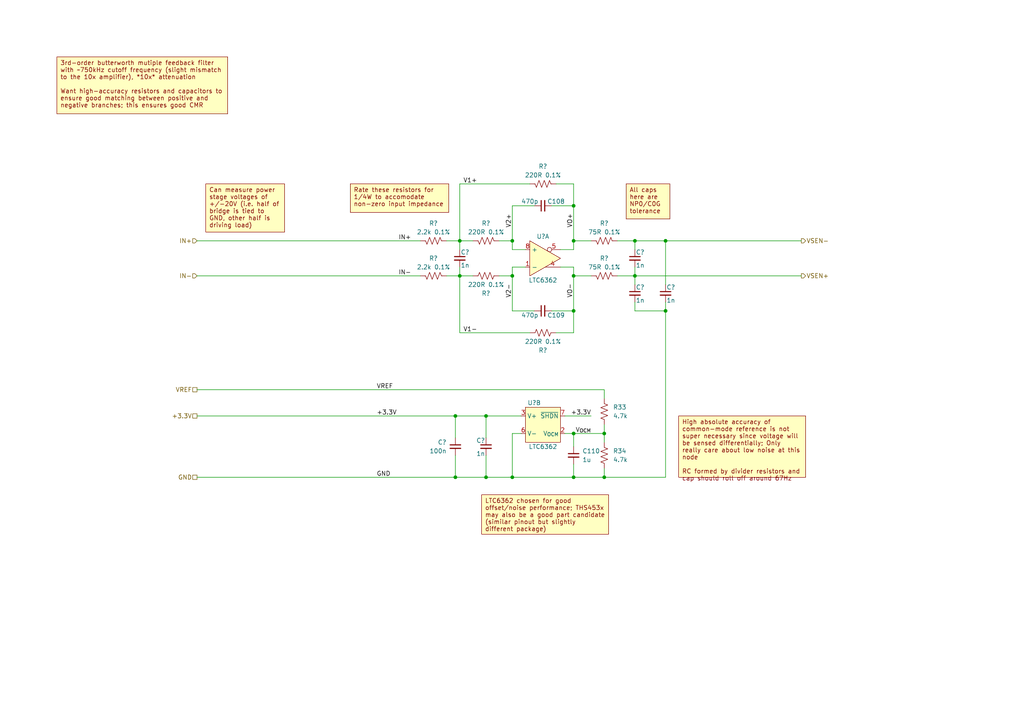
<source format=kicad_sch>
(kicad_sch (version 20230121) (generator eeschema)
  (paper "A4")
  (title_block (title "Shim Amplifier Prototype") (date "2023-08-01") (rev "A.1") (company "Ishaan Govindarajan"))
  (lib_symbols
    (symbol "Custom-AnalogIC:LTC6362"
      (property "Reference" "U" (at -2.54 6.35 0))
      (property "Value" "LTC6362" (at 0 -6.35 0))
      (symbol "LTC6362_1_1"
        (polyline (pts (xy -3.81 5.08) (xy -3.81 -5.08) (xy 5.08 0) (xy -3.81 5.08)) (fill (type background)))
        (pin input line (at -5.08 -2.54 0) (length 1.27) (name "-") (number "1"))
        (pin output line (at 5.08 -2.54 180) (length 4.445) (name "") (number "4"))
        (pin output inverted (at 5.08 2.54 180) (length 3.81) (name "") (number "5"))
        (pin input line (at -5.08 2.54 0) (length 1.27) (name "+") (number "8"))
      )
      (symbol "LTC6362_2_1"
        (rectangle (start -5.08 5.08) (end 5.08 -5.08) (fill (type background)))
        (pin input line (at 6.35 -2.54 180) (length 1.27) (name "V_{OCM}") (number "2"))
        (pin power_in line (at -6.35 2.54 0) (length 1.27) (name "V+") (number "3"))
        (pin power_in line (at -6.35 -2.54 0) (length 1.27) (name "V-") (number "6"))
        (pin input line (at 6.35 2.54 180) (length 1.27) (name "~{SHDN}") (number "7"))
      )
    )
    (symbol "Custom-Capacitor:CL10B102KB8NNNC" (pin_numbers hide) (pin_names (offset 0.254) hide)
      (property "Reference" "C" (at 0.254 1.778 0))
      (property "Value" "1n" (at 0.254 -2.032 0))
      (symbol "CL10B102KB8NNNC_0_1"
        (polyline (pts (xy -1.524 -0.508) (xy 1.524 -0.508)) (stroke (width 0.3302)))
        (polyline (pts (xy -1.524 0.508) (xy 1.524 0.508)) (stroke (width 0.3048)))
      )
      (symbol "CL10B102KB8NNNC_1_1"
        (pin passive line (at 0 2.54 270) (length 2.032) (name "~") (number "1"))
        (pin passive line (at 0 -2.54 90) (length 2.032) (name "~") (number "2"))
      )
    )
    (symbol "Custom-Capacitor:CL10B104KB8NNWC" (pin_numbers hide) (pin_names (offset 0.254) hide)
      (property "Reference" "C" (at 0.254 1.778 0))
      (property "Value" "100n" (at 0.254 -2.032 0))
      (symbol "CL10B104KB8NNWC_0_1"
        (polyline (pts (xy -1.524 -0.508) (xy 1.524 -0.508)) (stroke (width 0.3302)))
        (polyline (pts (xy -1.524 0.508) (xy 1.524 0.508)) (stroke (width 0.3048)))
      )
      (symbol "CL10B104KB8NNWC_1_1"
        (pin passive line (at 0 2.54 270) (length 2.032) (name "~") (number "1"))
        (pin passive line (at 0 -2.54 90) (length 2.032) (name "~") (number "2"))
      )
    )
    (symbol "Custom-Capacitor:CL21B105KBFNNNG" (pin_numbers hide) (pin_names (offset 0.254) hide)
      (property "Reference" "C" (at 0.254 1.778 0))
      (property "Value" "1u" (at 0.254 -2.032 0))
      (symbol "CL21B105KBFNNNG_0_1"
        (polyline (pts (xy -1.524 -0.508) (xy 1.524 -0.508)) (stroke (width 0.3302)))
        (polyline (pts (xy -1.524 0.508) (xy 1.524 0.508)) (stroke (width 0.3048)))
      )
      (symbol "CL21B105KBFNNNG_1_1"
        (pin passive line (at 0 2.54 270) (length 2.032) (name "~") (number "1"))
        (pin passive line (at 0 -2.54 90) (length 2.032) (name "~") (number "2"))
      )
    )
    (symbol "Custom-Capacitor:GCM1885C2A471FA16D" (pin_numbers hide) (pin_names (offset 0.254) hide)
      (property "Reference" "C" (at 0.254 1.778 0))
      (property "Value" "470p" (at 0.254 -2.032 0))
      (symbol "GCM1885C2A471FA16D_0_1"
        (polyline (pts (xy -1.524 -0.508) (xy 1.524 -0.508)) (stroke (width 0.3302)))
        (polyline (pts (xy -1.524 0.508) (xy 1.524 0.508)) (stroke (width 0.3048)))
      )
      (symbol "GCM1885C2A471FA16D_1_1"
        (pin passive line (at 0 2.54 270) (length 2.032) (name "~") (number "1"))
        (pin passive line (at 0 -2.54 90) (length 2.032) (name "~") (number "2"))
      )
    )
    (symbol "Custom-Resistor:RMCF0603FT4K70" (pin_numbers hide) (pin_names (offset 0))
      (property "Reference" "R" (at 2.54 0 90))
      (property "Value" "4.7k" (at -2.54 0 90))
      (symbol "RMCF0603FT4K70_0_1"
        (polyline (pts (xy 0 -2.286) (xy 0 -2.54)))
        (polyline (pts (xy 0 2.286) (xy 0 2.54)))
        (polyline (pts (xy 0 -0.762) (xy 1.016 -1.143) (xy 0 -1.524) (xy -1.016 -1.905) (xy 0 -2.286)))
        (polyline (pts (xy 0 0.762) (xy 1.016 0.381) (xy 0 0) (xy -1.016 -0.381) (xy 0 -0.762)))
        (polyline (pts (xy 0 2.286) (xy 1.016 1.905) (xy 0 1.524) (xy -1.016 1.143) (xy 0 0.762)))
      )
      (symbol "RMCF0603FT4K70_1_1"
        (pin passive line (at 0 3.81 270) (length 1.27) (name "~") (number "1"))
        (pin passive line (at 0 -3.81 90) (length 1.27) (name "~") (number "2"))
      )
    )
    (symbol "Custom-Resistor:RN73R1JTTD2200B25" (pin_numbers hide) (pin_names (offset 0))
      (property "Reference" "R" (at 2.54 0 90))
      (property "Value" "220R 0.1%" (at -2.54 0 90))
      (symbol "RN73R1JTTD2200B25_0_1"
        (polyline (pts (xy 0 -2.286) (xy 0 -2.54)))
        (polyline (pts (xy 0 2.286) (xy 0 2.54)))
        (polyline (pts (xy 0 -0.762) (xy 1.016 -1.143) (xy 0 -1.524) (xy -1.016 -1.905) (xy 0 -2.286)))
        (polyline (pts (xy 0 0.762) (xy 1.016 0.381) (xy 0 0) (xy -1.016 -0.381) (xy 0 -0.762)))
        (polyline (pts (xy 0 2.286) (xy 1.016 1.905) (xy 0 1.524) (xy -1.016 1.143) (xy 0 0.762)))
      )
      (symbol "RN73R1JTTD2200B25_1_1"
        (pin passive line (at 0 3.81 270) (length 1.27) (name "~") (number "1"))
        (pin passive line (at 0 -3.81 90) (length 1.27) (name "~") (number "2"))
      )
    )
    (symbol "Custom-Resistor:RN73R1JTTD75R0B25" (pin_numbers hide) (pin_names (offset 0))
      (property "Reference" "R" (at 2.54 0 90))
      (property "Value" "75R 0.1%" (at -2.54 0 90))
      (symbol "RN73R1JTTD75R0B25_0_1"
        (polyline (pts (xy 0 -2.286) (xy 0 -2.54)))
        (polyline (pts (xy 0 2.286) (xy 0 2.54)))
        (polyline (pts (xy 0 -0.762) (xy 1.016 -1.143) (xy 0 -1.524) (xy -1.016 -1.905) (xy 0 -2.286)))
        (polyline (pts (xy 0 0.762) (xy 1.016 0.381) (xy 0 0) (xy -1.016 -0.381) (xy 0 -0.762)))
        (polyline (pts (xy 0 2.286) (xy 1.016 1.905) (xy 0 1.524) (xy -1.016 1.143) (xy 0 0.762)))
      )
      (symbol "RN73R1JTTD75R0B25_1_1"
        (pin passive line (at 0 3.81 270) (length 1.27) (name "~") (number "1"))
        (pin passive line (at 0 -3.81 90) (length 1.27) (name "~") (number "2"))
      )
    )
    (symbol "Custom-Resistor:RN73R2BTTD2201B25" (pin_numbers hide) (pin_names (offset 0))
      (property "Reference" "R" (at 2.54 0 90))
      (property "Value" "2.2k 0.1%" (at -2.54 0 90))
      (symbol "RN73R2BTTD2201B25_0_1"
        (polyline (pts (xy 0 -2.286) (xy 0 -2.54)))
        (polyline (pts (xy 0 2.286) (xy 0 2.54)))
        (polyline (pts (xy 0 -0.762) (xy 1.016 -1.143) (xy 0 -1.524) (xy -1.016 -1.905) (xy 0 -2.286)))
        (polyline (pts (xy 0 0.762) (xy 1.016 0.381) (xy 0 0) (xy -1.016 -0.381) (xy 0 -0.762)))
        (polyline (pts (xy 0 2.286) (xy 1.016 1.905) (xy 0 1.524) (xy -1.016 1.143) (xy 0 0.762)))
      )
      (symbol "RN73R2BTTD2201B25_1_1"
        (pin passive line (at 0 3.81 270) (length 1.27) (name "~") (number "1"))
        (pin passive line (at 0 -3.81 90) (length 1.27) (name "~") (number "2"))
      )
    )
  )
  (junction (at 132.08 120.65))
  (junction (at 133.35 80.01))
  (junction (at 184.15 80.01))
  (junction (at 175.26 138.43))
  (junction (at 166.37 90.17))
  (junction (at 193.04 90.17))
  (junction (at 132.08 138.43))
  (junction (at 133.35 69.85))
  (junction (at 193.04 69.85))
  (junction (at 140.97 138.43))
  (junction (at 166.37 125.73))
  (junction (at 148.59 80.01))
  (junction (at 166.37 69.85))
  (junction (at 166.37 138.43))
  (junction (at 148.59 69.85))
  (junction (at 175.26 125.73))
  (junction (at 140.97 120.65))
  (junction (at 148.59 138.43))
  (junction (at 184.15 69.85))
  (junction (at 166.37 59.69))
  (junction (at 166.37 80.01))
  (wire (pts (xy 166.37 138.43) (xy 175.26 138.43)))
  (wire (pts (xy 166.37 53.34) (xy 166.37 59.69)))
  (wire (pts (xy 152.4 77.47) (xy 148.59 77.47)))
  (wire (pts (xy 166.37 59.69) (xy 160.02 59.69)))
  (wire (pts (xy 163.83 125.73) (xy 166.37 125.73)))
  (wire (pts (xy 175.26 135.89) (xy 175.26 138.43)))
  (wire (pts (xy 193.04 90.17) (xy 193.04 138.43)))
  (wire (pts (xy 175.26 138.43) (xy 193.04 138.43)))
  (wire (pts (xy 140.97 120.65) (xy 151.13 120.65)))
  (wire (pts (xy 166.37 90.17) (xy 160.02 90.17)))
  (wire (pts (xy 148.59 90.17) (xy 154.94 90.17)))
  (wire (pts (xy 175.26 125.73) (xy 175.26 123.19)))
  (wire (pts (xy 166.37 77.47) (xy 162.56 77.47)))
  (wire (pts (xy 184.15 69.85) (xy 184.15 72.39)))
  (wire (pts (xy 133.35 69.85) (xy 129.54 69.85)))
  (wire (pts (xy 166.37 134.62) (xy 166.37 138.43)))
  (wire (pts (xy 57.15 80.01) (xy 121.92 80.01)))
  (wire (pts (xy 132.08 138.43) (xy 140.97 138.43)))
  (wire (pts (xy 132.08 132.08) (xy 132.08 138.43)))
  (wire (pts (xy 166.37 96.52) (xy 161.29 96.52)))
  (wire (pts (xy 166.37 96.52) (xy 166.37 90.17)))
  (wire (pts (xy 148.59 138.43) (xy 166.37 138.43)))
  (wire (pts (xy 140.97 120.65) (xy 140.97 127)))
  (wire (pts (xy 166.37 80.01) (xy 166.37 77.47)))
  (wire (pts (xy 175.26 115.57) (xy 175.26 113.03)))
  (wire (pts (xy 148.59 125.73) (xy 151.13 125.73)))
  (wire (pts (xy 193.04 69.85) (xy 232.41 69.85)))
  (wire (pts (xy 163.83 120.65) (xy 171.45 120.65)))
  (wire (pts (xy 184.15 69.85) (xy 193.04 69.85)))
  (wire (pts (xy 175.26 125.73) (xy 175.26 128.27)))
  (wire (pts (xy 57.15 113.03) (xy 175.26 113.03)))
  (wire (pts (xy 57.15 138.43) (xy 132.08 138.43)))
  (wire (pts (xy 140.97 132.08) (xy 140.97 138.43)))
  (wire (pts (xy 166.37 59.69) (xy 166.37 69.85)))
  (wire (pts (xy 148.59 69.85) (xy 148.59 72.39)))
  (wire (pts (xy 171.45 69.85) (xy 166.37 69.85)))
  (wire (pts (xy 184.15 90.17) (xy 193.04 90.17)))
  (wire (pts (xy 148.59 69.85) (xy 148.59 59.69)))
  (wire (pts (xy 152.4 72.39) (xy 148.59 72.39)))
  (wire (pts (xy 153.67 96.52) (xy 133.35 96.52)))
  (wire (pts (xy 133.35 80.01) (xy 129.54 80.01)))
  (wire (pts (xy 184.15 69.85) (xy 179.07 69.85)))
  (wire (pts (xy 166.37 125.73) (xy 166.37 129.54)))
  (wire (pts (xy 184.15 80.01) (xy 184.15 82.55)))
  (wire (pts (xy 133.35 53.34) (xy 133.35 69.85)))
  (wire (pts (xy 57.15 120.65) (xy 132.08 120.65)))
  (wire (pts (xy 166.37 72.39) (xy 162.56 72.39)))
  (wire (pts (xy 232.41 80.01) (xy 184.15 80.01)))
  (wire (pts (xy 166.37 125.73) (xy 175.26 125.73)))
  (wire (pts (xy 132.08 120.65) (xy 140.97 120.65)))
  (wire (pts (xy 137.16 80.01) (xy 133.35 80.01)))
  (wire (pts (xy 166.37 53.34) (xy 161.29 53.34)))
  (wire (pts (xy 153.67 53.34) (xy 133.35 53.34)))
  (wire (pts (xy 148.59 69.85) (xy 144.78 69.85)))
  (wire (pts (xy 148.59 138.43) (xy 148.59 125.73)))
  (wire (pts (xy 133.35 69.85) (xy 133.35 72.39)))
  (wire (pts (xy 184.15 80.01) (xy 179.07 80.01)))
  (wire (pts (xy 148.59 80.01) (xy 144.78 80.01)))
  (wire (pts (xy 132.08 120.65) (xy 132.08 127)))
  (wire (pts (xy 184.15 87.63) (xy 184.15 90.17)))
  (wire (pts (xy 133.35 77.47) (xy 133.35 80.01)))
  (wire (pts (xy 137.16 69.85) (xy 133.35 69.85)))
  (wire (pts (xy 166.37 69.85) (xy 166.37 72.39)))
  (wire (pts (xy 148.59 77.47) (xy 148.59 80.01)))
  (wire (pts (xy 193.04 69.85) (xy 193.04 82.55)))
  (wire (pts (xy 57.15 69.85) (xy 121.92 69.85)))
  (wire (pts (xy 148.59 59.69) (xy 154.94 59.69)))
  (wire (pts (xy 166.37 90.17) (xy 166.37 80.01)))
  (wire (pts (xy 148.59 80.01) (xy 148.59 90.17)))
  (wire (pts (xy 171.45 80.01) (xy 166.37 80.01)))
  (wire (pts (xy 133.35 96.52) (xy 133.35 80.01)))
  (wire (pts (xy 140.97 138.43) (xy 148.59 138.43)))
  (wire (pts (xy 193.04 87.63) (xy 193.04 90.17)))
  (wire (pts (xy 184.15 77.47) (xy 184.15 80.01)))
  (text_box "LTC6362 chosen for good offset/noise performance; THS453x may also be a good part candidate (similar pinout but slightly different package)\n" (at 139.7 143.51 0) (size 36.83 11.43) (stroke (width 0) (color 132 0 0 1)) (fill (type color) (color 255 255 194 1)) (effects (font (size 1.27 1.27)) (justify left top)))
  (text_box "3rd-order butterworth mutiple feedback filter with ~750kHz cutoff frequency (slight mismatch to the 10x amplifier), *10x* attenuation\n\nWant high-accuracy resistors and capacitors to ensure good matching between positive and negative branches; this ensures good CMR" (at 16.51 16.51 0) (size 49.53 16.51) (stroke (width 0) (color 132 0 0 1)) (fill (type color) (color 255 255 194 1)) (effects (font (size 1.27 1.27)) (justify left top)))
  (text_box "All caps here are NP0/C0G tolerance\n" (at 181.61 53.34 0) (size 12.7 10.16) (stroke (width 0) (color 132 0 0 1)) (fill (type color) (color 255 255 194 1)) (effects (font (size 1.27 1.27)) (justify left top)))
  (text_box "Rate these resistors for 1/4W to accomodate non-zero input impedance" (at 101.6 53.34 0) (size 28.575 8.255) (stroke (width 0) (color 132 0 0 1)) (fill (type color) (color 255 255 194 1)) (effects (font (size 1.27 1.27)) (justify left top)))
  (text_box "Can measure power stage voltages of +/-20V (i.e. half of bridge is tied to GND, other half is driving load)" (at 59.69 53.34 0) (size 22.86 13.97) (stroke (width 0) (color 132 0 0 1)) (fill (type color) (color 255 255 194 1)) (effects (font (size 1.27 1.27)) (justify left top)))
  (text_box "High absolute accuracy of common-mode reference is not super necessary since voltage will be sensed differentially; Only really care about low noise at this node\n\nRC formed by divider resistors and cap should roll off around 67Hz\n" (at 196.85 120.65 0) (size 36.83 17.78) (stroke (width 0) (color 132 0 0 1)) (fill (type color) (color 255 255 194 1)) (effects (font (size 1.27 1.27)) (justify left top)))
  (label "+3.3V" (at 171.45 120.65 180))
  (label "V1-" (at 138.43 96.52 180))
  (label "GND" (at 109.22 138.43 0))
  (label "IN+" (at 115.57 69.85 0))
  (label "V2+" (at 148.59 66.04 90))
  (label "V_{OCM}" (at 171.45 125.73 180))
  (label "V1+" (at 138.43 53.34 180))
  (label "VREF" (at 109.22 113.03 0))
  (label "V2-" (at 148.59 86.36 90))
  (label "+3.3V" (at 109.22 120.65 0))
  (label "VO-" (at 166.37 86.36 90))
  (label "VO+" (at 166.37 66.04 90))
  (label "IN-" (at 115.57 80.01 0))
  (hierarchical_label "IN+" (shape input) (at 57.15 69.85 180))
  (hierarchical_label "GND" (shape passive) (at 57.15 138.43 180))
  (hierarchical_label "VREF" (shape passive) (at 57.15 113.03 180))
  (hierarchical_label "+3.3V" (shape passive) (at 57.15 120.65 180))
  (hierarchical_label "VSEN-" (shape output) (at 232.41 69.85 0))
  (hierarchical_label "IN-" (shape input) (at 57.15 80.01 180))
  (hierarchical_label "VSEN+" (shape output) (at 232.41 80.01 0))
  (symbol (lib_id "Custom-Resistor:RN73R1JTTD75R0B25") (at 175.26 80.01 270) (mirror x) (unit 1)
    (property "Reference" "R?" (at 175.26 74.93 90))
    (property "Value" "75R 0.1%" (at 175.26 77.47 90))
    (property "Footprint" "Resistor_SMD:R_0603_1608Metric_Pad0.98x0.95mm_HandSolder" (effects hide))
    (property "Datasheet" "https://www.koaspeer.com/pdfs/RN73R.pdf" (effects hide))
    (property "Manufacturer" "KOA Speer Electronics, Inc." (effects hide))
    (property "Part Number" "RN73R1JTTD75R0B25" (effects hide))
    (instances (project "Class-D Prorotype RevB2" (path "" (reference "R?") (unit 1)) (path "" (reference "R32") (unit 1))))
  )
  (symbol (lib_id "Custom-Resistor:RN73R1JTTD2200B25") (at 157.48 53.34 270) (mirror x) (unit 1)
    (property "Reference" "R?" (at 157.48 48.26 90))
    (property "Value" "220R 0.1%" (at 157.48 50.8 90))
    (property "Footprint" "Resistor_SMD:R_0603_1608Metric_Pad0.98x0.95mm_HandSolder" (effects hide))
    (property "Datasheet" "https://www.koaspeer.com/pdfs/RN73R.pdf" (effects hide))
    (property "Manufacturer" "KOA Speer Electronics, Inc." (effects hide))
    (property "Part Number" "RN73R1JTTD2200B25" (effects hide))
    (instances (project "Class-D Prorotype RevB2" (path "" (reference "R?") (unit 1)) (path "" (reference "R29") (unit 1))))
  )
  (symbol (lib_id "Custom-Resistor:RN73R2BTTD2201B25") (at 125.73 80.01 270) (mirror x) (unit 1)
    (property "Reference" "R?" (at 125.73 74.93 90))
    (property "Value" "2.2k 0.1%" (at 125.73 77.47 90))
    (property "Footprint" "Resistor_SMD:R_1206_3216Metric_Pad1.30x1.75mm_HandSolder" (effects hide))
    (property "Datasheet" "https://www.koaspeer.com/pdfs/RN73R.pdf" (effects hide))
    (property "Manufacturer" "KOA Speer Electronics, Inc." (effects hide))
    (property "Part Number" "RN73R2BTTD2201B25" (effects hide))
    (instances (project "Class-D Prorotype RevB2" (path "" (reference "R?") (unit 1)) (path "" (reference "R26") (unit 1))))
  )
  (symbol (lib_id "Custom-Capacitor:CL10B102KB8NNNC") (at 193.04 85.09 0) (unit 1)
    (property "Reference" "C?" (at 193.294 83.312 0) (effects (justify left)))
    (property "Value" "1n" (at 193.294 87.122 0) (effects (justify left)))
    (property "Footprint" "Capacitor_SMD:C_0603_1608Metric_Pad1.08x0.95mm_HandSolder" (effects hide))
    (property "Datasheet" "https://product.samsungsem.com/mlcc/CL10B102KB8NNN.do" (effects hide))
    (property "Manufacturer" "Samsung Electro-Mechanics" (effects hide))
    (property "Part Number" "CL10B102KB8NNNC" (effects hide))
    (instances (project "Class-D Prorotype RevB2" (path "" (reference "C?") (unit 1)) (path "" (reference "C113") (unit 1))))
  )
  (symbol (lib_id "Custom-Resistor:RN73R1JTTD2200B25") (at 140.97 80.01 270) (unit 1)
    (property "Reference" "R?" (at 140.97 85.09 90))
    (property "Value" "220R 0.1%" (at 140.97 82.55 90))
    (property "Footprint" "Resistor_SMD:R_0603_1608Metric_Pad0.98x0.95mm_HandSolder" (effects hide))
    (property "Datasheet" "https://www.koaspeer.com/pdfs/RN73R.pdf" (effects hide))
    (property "Manufacturer" "KOA Speer Electronics, Inc." (effects hide))
    (property "Part Number" "RN73R1JTTD2200B25" (effects hide))
    (instances (project "Class-D Prorotype RevB2" (path "" (reference "R?") (unit 1)) (path "" (reference "R28") (unit 1))))
  )
  (symbol (lib_id "Custom-Resistor:RN73R1JTTD75R0B25") (at 175.26 69.85 270) (mirror x) (unit 1)
    (property "Reference" "R?" (at 175.26 64.77 90))
    (property "Value" "75R 0.1%" (at 175.26 67.31 90))
    (property "Footprint" "Resistor_SMD:R_0603_1608Metric_Pad0.98x0.95mm_HandSolder" (effects hide))
    (property "Datasheet" "https://www.koaspeer.com/pdfs/RN73R.pdf" (effects hide))
    (property "Manufacturer" "KOA Speer Electronics, Inc." (effects hide))
    (property "Part Number" "RN73R1JTTD75R0B25" (effects hide))
    (instances (project "Class-D Prorotype RevB2" (path "" (reference "R?") (unit 1)) (path "" (reference "R31") (unit 1))))
  )
  (symbol (lib_id "Custom-AnalogIC:LTC6362") (at 157.48 123.19 0) (unit 2)
    (property "Reference" "U?" (at 154.94 116.84 0))
    (property "Value" "LTC6362" (at 157.48 129.54 0))
    (property "Footprint" "Package_SO:MSOP-8_3x3mm_P0.65mm" (effects hide))
    (property "Datasheet" "https://www.analog.com/media/en/technical-documentation/data-sheets/6362fa.pdf" (effects hide))
    (property "Manufacturer" "Analog Devices Inc." (effects hide))
    (property "Part Number" "LTC6362CMS8#TRPBF" (effects hide))
    (instances (project "Class-D Prorotype RevB2" (path "" (reference "U?") (unit 2)) (path "" (reference "U6") (unit 2))))
  )
  (symbol (lib_id "Custom-Capacitor:CL10B102KB8NNNC") (at 133.35 74.93 0) (unit 1)
    (property "Reference" "C?" (at 133.604 73.152 0) (effects (justify left)))
    (property "Value" "1n" (at 133.604 76.962 0) (effects (justify left)))
    (property "Footprint" "Capacitor_SMD:C_0603_1608Metric_Pad1.08x0.95mm_HandSolder" (effects hide))
    (property "Datasheet" "https://product.samsungsem.com/mlcc/CL10B102KB8NNN.do" (effects hide))
    (property "Manufacturer" "Samsung Electro-Mechanics" (effects hide))
    (property "Part Number" "CL10B102KB8NNNC" (effects hide))
    (instances (project "Class-D Prorotype RevB2" (path "" (reference "C?") (unit 1)) (path "" (reference "C106") (unit 1))))
  )
  (symbol (lib_id "Custom-Capacitor:GCM1885C2A471FA16D") (at 157.48 59.69 90) (unit 1)
    (property "Reference" "C108" (at 161.29 58.42 90))
    (property "Value" "470p" (at 153.67 58.42 90))
    (property "Footprint" "Capacitor_SMD:C_0603_1608Metric_Pad1.08x0.95mm_HandSolder" (effects hide))
    (property "Datasheet" "https://search.murata.co.jp/Ceramy/image/img/A01X/G101/ENG/GCM1885C2A471FA16-01.pdf" (effects hide))
    (property "Manufacturer" "Murata Electronics" (effects hide))
    (property "Part Number" "GCM1885C2A471FA16D" (effects hide))
  )
  (symbol (lib_id "Custom-Capacitor:CL10B102KB8NNNC") (at 184.15 85.09 0) (unit 1)
    (property "Reference" "C?" (at 184.404 83.312 0) (effects (justify left)))
    (property "Value" "1n" (at 184.404 87.122 0) (effects (justify left)))
    (property "Footprint" "Capacitor_SMD:C_0603_1608Metric_Pad1.08x0.95mm_HandSolder" (effects hide))
    (property "Datasheet" "https://product.samsungsem.com/mlcc/CL10B102KB8NNN.do" (effects hide))
    (property "Manufacturer" "Samsung Electro-Mechanics" (effects hide))
    (property "Part Number" "CL10B102KB8NNNC" (effects hide))
    (instances (project "Class-D Prorotype RevB2" (path "" (reference "C?") (unit 1)) (path "" (reference "C112") (unit 1))))
  )
  (symbol (lib_id "Custom-Resistor:RMCF0603FT4K70") (at 175.26 119.38 0) (unit 1)
    (property "Reference" "R33" (at 177.8 118.11 0) (effects (justify left)))
    (property "Value" "4.7k" (at 177.8 120.65 0) (effects (justify left)))
    (property "Footprint" "Resistor_SMD:R_0603_1608Metric_Pad0.98x0.95mm_HandSolder" (effects hide))
    (property "Datasheet" "https://www.seielect.com/Catalog/SEI-RMCF_RMCP.pdf" (effects hide))
    (property "Manufacturer" "Stackpole Electronics Inc" (effects hide))
    (property "Part Number" "RMCF0603FT4K70" (effects hide))
  )
  (symbol (lib_id "Custom-Resistor:RMCF0603FT4K70") (at 175.26 132.08 0) (unit 1)
    (property "Reference" "R34" (at 177.8 130.81 0) (effects (justify left)))
    (property "Value" "4.7k" (at 177.8 133.35 0) (effects (justify left)))
    (property "Footprint" "Resistor_SMD:R_0603_1608Metric_Pad0.98x0.95mm_HandSolder" (effects hide))
    (property "Datasheet" "https://www.seielect.com/Catalog/SEI-RMCF_RMCP.pdf" (effects hide))
    (property "Manufacturer" "Stackpole Electronics Inc" (effects hide))
    (property "Part Number" "RMCF0603FT4K70" (effects hide))
  )
  (symbol (lib_id "Custom-Capacitor:CL21B105KBFNNNG") (at 166.37 132.08 0) (unit 1)
    (property "Reference" "C110" (at 168.91 130.8163 0) (effects (justify left)))
    (property "Value" "1u" (at 168.91 133.3563 0) (effects (justify left)))
    (property "Footprint" "Capacitor_SMD:C_0805_2012Metric_Pad1.18x1.45mm_HandSolder" (effects hide))
    (property "Datasheet" "https://media.digikey.com/pdf/Data%20Sheets/Samsung%20PDFs/CL21B105KBFNNNG_Spec.pdf" (effects hide))
    (property "Manufacturer" "Samsung Electro-Mechanics" (effects hide))
    (property "Part Number" "CL21B105KBFNNNG" (effects hide))
  )
  (symbol (lib_id "Custom-Capacitor:CL10B102KB8NNNC") (at 140.97 129.54 0) (mirror y) (unit 1)
    (property "Reference" "C?" (at 140.716 127.762 0) (effects (justify left)))
    (property "Value" "1n" (at 140.716 131.572 0) (effects (justify left)))
    (property "Footprint" "Capacitor_SMD:C_0603_1608Metric_Pad1.08x0.95mm_HandSolder" (effects hide))
    (property "Datasheet" "https://product.samsungsem.com/mlcc/CL10B102KB8NNN.do" (effects hide))
    (property "Manufacturer" "Samsung Electro-Mechanics" (effects hide))
    (property "Part Number" "CL10B102KB8NNNC" (effects hide))
    (instances (project "Class-D Prorotype RevB2" (path "" (reference "C?") (unit 1)) (path "" (reference "C107") (unit 1))))
  )
  (symbol (lib_id "Custom-Capacitor:GCM1885C2A471FA16D") (at 157.48 90.17 90) (mirror x) (unit 1)
    (property "Reference" "C109" (at 161.29 91.44 90))
    (property "Value" "470p" (at 153.67 91.44 90))
    (property "Footprint" "Capacitor_SMD:C_0603_1608Metric_Pad1.08x0.95mm_HandSolder" (effects hide))
    (property "Datasheet" "https://search.murata.co.jp/Ceramy/image/img/A01X/G101/ENG/GCM1885C2A471FA16-01.pdf" (effects hide))
    (property "Manufacturer" "Murata Electronics" (effects hide))
    (property "Part Number" "GCM1885C2A471FA16D" (effects hide))
  )
  (symbol (lib_id "Custom-Capacitor:CL10B102KB8NNNC") (at 184.15 74.93 0) (unit 1)
    (property "Reference" "C?" (at 184.404 73.152 0) (effects (justify left)))
    (property "Value" "1n" (at 184.404 76.962 0) (effects (justify left)))
    (property "Footprint" "Capacitor_SMD:C_0603_1608Metric_Pad1.08x0.95mm_HandSolder" (effects hide))
    (property "Datasheet" "https://product.samsungsem.com/mlcc/CL10B102KB8NNN.do" (effects hide))
    (property "Manufacturer" "Samsung Electro-Mechanics" (effects hide))
    (property "Part Number" "CL10B102KB8NNNC" (effects hide))
    (instances (project "Class-D Prorotype RevB2" (path "" (reference "C?") (unit 1)) (path "" (reference "C111") (unit 1))))
  )
  (symbol (lib_id "Custom-Resistor:RN73R2BTTD2201B25") (at 125.73 69.85 270) (mirror x) (unit 1)
    (property "Reference" "R?" (at 125.73 64.77 90))
    (property "Value" "2.2k 0.1%" (at 125.73 67.31 90))
    (property "Footprint" "Resistor_SMD:R_1206_3216Metric_Pad1.30x1.75mm_HandSolder" (effects hide))
    (property "Datasheet" "https://www.koaspeer.com/pdfs/RN73R.pdf" (effects hide))
    (property "Manufacturer" "KOA Speer Electronics, Inc." (effects hide))
    (property "Part Number" "RN73R2BTTD2201B25" (effects hide))
    (instances (project "Class-D Prorotype RevB2" (path "" (reference "R?") (unit 1)) (path "" (reference "R25") (unit 1))))
  )
  (symbol (lib_id "Custom-Capacitor:CL10B104KB8NNWC") (at 132.08 129.54 0) (unit 1)
    (property "Reference" "C?" (at 129.54 128.2763 0) (effects (justify right)))
    (property "Value" "100n" (at 129.54 130.8163 0) (effects (justify right)))
    (property "Footprint" "Capacitor_SMD:C_0603_1608Metric_Pad1.08x0.95mm_HandSolder" (effects hide))
    (property "Datasheet" "https://product.samsungsem.com/mlcc/CL31B106KAHNFN.do" (effects hide))
    (property "Manufacturer" "Samsung Electro-Mechanics" (effects hide))
    (property "Part Number" "CL10B104KB8NNWC" (effects hide))
    (instances (project "Class-D Prorotype RevB2" (path "" (reference "C?") (unit 1)) (path "" (reference "C105") (unit 1))))
  )
  (symbol (lib_id "Custom-Resistor:RN73R1JTTD2200B25") (at 140.97 69.85 270) (mirror x) (unit 1)
    (property "Reference" "R?" (at 140.97 64.77 90))
    (property "Value" "220R 0.1%" (at 140.97 67.31 90))
    (property "Footprint" "Resistor_SMD:R_0603_1608Metric_Pad0.98x0.95mm_HandSolder" (effects hide))
    (property "Datasheet" "https://www.koaspeer.com/pdfs/RN73R.pdf" (effects hide))
    (property "Manufacturer" "KOA Speer Electronics, Inc." (effects hide))
    (property "Part Number" "RN73R1JTTD2200B25" (effects hide))
    (instances (project "Class-D Prorotype RevB2" (path "" (reference "R?") (unit 1)) (path "" (reference "R27") (unit 1))))
  )
  (symbol (lib_id "Custom-AnalogIC:LTC6362") (at 157.48 74.93 0) (unit 1)
    (property "Reference" "U?" (at 157.48 68.58 0))
    (property "Value" "LTC6362" (at 157.48 81.28 0))
    (property "Footprint" "Package_SO:MSOP-8_3x3mm_P0.65mm" (effects hide))
    (property "Datasheet" "https://www.analog.com/media/en/technical-documentation/data-sheets/6362fa.pdf" (effects hide))
    (property "Manufacturer" "Analog Devices Inc." (effects hide))
    (property "Part Number" "LTC6362CMS8#TRPBF" (effects hide))
    (instances (project "Class-D Prorotype RevB2" (path "" (reference "U?") (unit 1)) (path "" (reference "U6") (unit 1))))
  )
  (symbol (lib_id "Custom-Resistor:RN73R1JTTD2200B25") (at 157.48 96.52 270) (unit 1)
    (property "Reference" "R?" (at 157.48 101.6 90))
    (property "Value" "220R 0.1%" (at 157.48 99.06 90))
    (property "Footprint" "Resistor_SMD:R_0603_1608Metric_Pad0.98x0.95mm_HandSolder" (effects hide))
    (property "Datasheet" "https://www.koaspeer.com/pdfs/RN73R.pdf" (effects hide))
    (property "Manufacturer" "KOA Speer Electronics, Inc." (effects hide))
    (property "Part Number" "RN73R1JTTD2200B25" (effects hide))
    (instances (project "Class-D Prorotype RevB2" (path "" (reference "R?") (unit 1)) (path "" (reference "R30") (unit 1))))
  )
)
</source>
